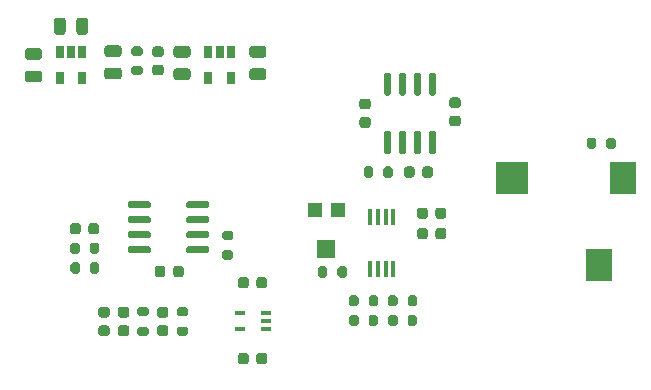
<source format=gtp>
G04 #@! TF.GenerationSoftware,KiCad,Pcbnew,(5.1.8)-1*
G04 #@! TF.CreationDate,2021-05-07T12:58:46-05:00*
G04 #@! TF.ProjectId,DEVLPR,4445564c-5052-42e6-9b69-6361645f7063,rev?*
G04 #@! TF.SameCoordinates,Original*
G04 #@! TF.FileFunction,Paste,Top*
G04 #@! TF.FilePolarity,Positive*
%FSLAX46Y46*%
G04 Gerber Fmt 4.6, Leading zero omitted, Abs format (unit mm)*
G04 Created by KiCad (PCBNEW (5.1.8)-1) date 2021-05-07 12:58:46*
%MOMM*%
%LPD*%
G01*
G04 APERTURE LIST*
%ADD10R,0.450000X1.450000*%
%ADD11R,1.200000X1.200000*%
%ADD12R,1.600000X1.500000*%
%ADD13R,0.900000X0.400000*%
%ADD14R,0.650000X1.060000*%
%ADD15R,2.800000X2.800000*%
%ADD16R,2.200000X2.800000*%
G04 APERTURE END LIST*
D10*
X153101400Y-98409400D03*
X153751400Y-98409400D03*
X154401400Y-98409400D03*
X155051400Y-98409400D03*
X155051400Y-102809400D03*
X154401400Y-102809400D03*
X153751400Y-102809400D03*
X153101400Y-102809400D03*
G36*
G01*
X158219000Y-91162000D02*
X158519000Y-91162000D01*
G75*
G02*
X158669000Y-91312000I0J-150000D01*
G01*
X158669000Y-92962000D01*
G75*
G02*
X158519000Y-93112000I-150000J0D01*
G01*
X158219000Y-93112000D01*
G75*
G02*
X158069000Y-92962000I0J150000D01*
G01*
X158069000Y-91312000D01*
G75*
G02*
X158219000Y-91162000I150000J0D01*
G01*
G37*
G36*
G01*
X156949000Y-91162000D02*
X157249000Y-91162000D01*
G75*
G02*
X157399000Y-91312000I0J-150000D01*
G01*
X157399000Y-92962000D01*
G75*
G02*
X157249000Y-93112000I-150000J0D01*
G01*
X156949000Y-93112000D01*
G75*
G02*
X156799000Y-92962000I0J150000D01*
G01*
X156799000Y-91312000D01*
G75*
G02*
X156949000Y-91162000I150000J0D01*
G01*
G37*
G36*
G01*
X155679000Y-91162000D02*
X155979000Y-91162000D01*
G75*
G02*
X156129000Y-91312000I0J-150000D01*
G01*
X156129000Y-92962000D01*
G75*
G02*
X155979000Y-93112000I-150000J0D01*
G01*
X155679000Y-93112000D01*
G75*
G02*
X155529000Y-92962000I0J150000D01*
G01*
X155529000Y-91312000D01*
G75*
G02*
X155679000Y-91162000I150000J0D01*
G01*
G37*
G36*
G01*
X154409000Y-91162000D02*
X154709000Y-91162000D01*
G75*
G02*
X154859000Y-91312000I0J-150000D01*
G01*
X154859000Y-92962000D01*
G75*
G02*
X154709000Y-93112000I-150000J0D01*
G01*
X154409000Y-93112000D01*
G75*
G02*
X154259000Y-92962000I0J150000D01*
G01*
X154259000Y-91312000D01*
G75*
G02*
X154409000Y-91162000I150000J0D01*
G01*
G37*
G36*
G01*
X154409000Y-86212000D02*
X154709000Y-86212000D01*
G75*
G02*
X154859000Y-86362000I0J-150000D01*
G01*
X154859000Y-88012000D01*
G75*
G02*
X154709000Y-88162000I-150000J0D01*
G01*
X154409000Y-88162000D01*
G75*
G02*
X154259000Y-88012000I0J150000D01*
G01*
X154259000Y-86362000D01*
G75*
G02*
X154409000Y-86212000I150000J0D01*
G01*
G37*
G36*
G01*
X155679000Y-86212000D02*
X155979000Y-86212000D01*
G75*
G02*
X156129000Y-86362000I0J-150000D01*
G01*
X156129000Y-88012000D01*
G75*
G02*
X155979000Y-88162000I-150000J0D01*
G01*
X155679000Y-88162000D01*
G75*
G02*
X155529000Y-88012000I0J150000D01*
G01*
X155529000Y-86362000D01*
G75*
G02*
X155679000Y-86212000I150000J0D01*
G01*
G37*
G36*
G01*
X156949000Y-86212000D02*
X157249000Y-86212000D01*
G75*
G02*
X157399000Y-86362000I0J-150000D01*
G01*
X157399000Y-88012000D01*
G75*
G02*
X157249000Y-88162000I-150000J0D01*
G01*
X156949000Y-88162000D01*
G75*
G02*
X156799000Y-88012000I0J150000D01*
G01*
X156799000Y-86362000D01*
G75*
G02*
X156949000Y-86212000I150000J0D01*
G01*
G37*
G36*
G01*
X158219000Y-86212000D02*
X158519000Y-86212000D01*
G75*
G02*
X158669000Y-86362000I0J-150000D01*
G01*
X158669000Y-88012000D01*
G75*
G02*
X158519000Y-88162000I-150000J0D01*
G01*
X158219000Y-88162000D01*
G75*
G02*
X158069000Y-88012000I0J150000D01*
G01*
X158069000Y-86362000D01*
G75*
G02*
X158219000Y-86212000I150000J0D01*
G01*
G37*
G36*
G01*
X154196600Y-94915400D02*
X154196600Y-94365400D01*
G75*
G02*
X154396600Y-94165400I200000J0D01*
G01*
X154796600Y-94165400D01*
G75*
G02*
X154996600Y-94365400I0J-200000D01*
G01*
X154996600Y-94915400D01*
G75*
G02*
X154796600Y-95115400I-200000J0D01*
G01*
X154396600Y-95115400D01*
G75*
G02*
X154196600Y-94915400I0J200000D01*
G01*
G37*
G36*
G01*
X152546600Y-94915400D02*
X152546600Y-94365400D01*
G75*
G02*
X152746600Y-94165400I200000J0D01*
G01*
X153146600Y-94165400D01*
G75*
G02*
X153346600Y-94365400I0J-200000D01*
G01*
X153346600Y-94915400D01*
G75*
G02*
X153146600Y-95115400I-200000J0D01*
G01*
X152746600Y-95115400D01*
G75*
G02*
X152546600Y-94915400I0J200000D01*
G01*
G37*
G36*
G01*
X133583000Y-107714600D02*
X134133000Y-107714600D01*
G75*
G02*
X134333000Y-107914600I0J-200000D01*
G01*
X134333000Y-108314600D01*
G75*
G02*
X134133000Y-108514600I-200000J0D01*
G01*
X133583000Y-108514600D01*
G75*
G02*
X133383000Y-108314600I0J200000D01*
G01*
X133383000Y-107914600D01*
G75*
G02*
X133583000Y-107714600I200000J0D01*
G01*
G37*
G36*
G01*
X133583000Y-106064600D02*
X134133000Y-106064600D01*
G75*
G02*
X134333000Y-106264600I0J-200000D01*
G01*
X134333000Y-106664600D01*
G75*
G02*
X134133000Y-106864600I-200000J0D01*
G01*
X133583000Y-106864600D01*
G75*
G02*
X133383000Y-106664600I0J200000D01*
G01*
X133383000Y-106264600D01*
G75*
G02*
X133583000Y-106064600I200000J0D01*
G01*
G37*
G36*
G01*
X137485800Y-106864600D02*
X136935800Y-106864600D01*
G75*
G02*
X136735800Y-106664600I0J200000D01*
G01*
X136735800Y-106264600D01*
G75*
G02*
X136935800Y-106064600I200000J0D01*
G01*
X137485800Y-106064600D01*
G75*
G02*
X137685800Y-106264600I0J-200000D01*
G01*
X137685800Y-106664600D01*
G75*
G02*
X137485800Y-106864600I-200000J0D01*
G01*
G37*
G36*
G01*
X137485800Y-108514600D02*
X136935800Y-108514600D01*
G75*
G02*
X136735800Y-108314600I0J200000D01*
G01*
X136735800Y-107914600D01*
G75*
G02*
X136935800Y-107714600I200000J0D01*
G01*
X137485800Y-107714600D01*
G75*
G02*
X137685800Y-107914600I0J-200000D01*
G01*
X137685800Y-108314600D01*
G75*
G02*
X137485800Y-108514600I-200000J0D01*
G01*
G37*
G36*
G01*
X150310400Y-103373600D02*
X150310400Y-102823600D01*
G75*
G02*
X150510400Y-102623600I200000J0D01*
G01*
X150910400Y-102623600D01*
G75*
G02*
X151110400Y-102823600I0J-200000D01*
G01*
X151110400Y-103373600D01*
G75*
G02*
X150910400Y-103573600I-200000J0D01*
G01*
X150510400Y-103573600D01*
G75*
G02*
X150310400Y-103373600I0J200000D01*
G01*
G37*
G36*
G01*
X148660400Y-103373600D02*
X148660400Y-102823600D01*
G75*
G02*
X148860400Y-102623600I200000J0D01*
G01*
X149260400Y-102623600D01*
G75*
G02*
X149460400Y-102823600I0J-200000D01*
G01*
X149460400Y-103373600D01*
G75*
G02*
X149260400Y-103573600I-200000J0D01*
G01*
X148860400Y-103573600D01*
G75*
G02*
X148660400Y-103373600I0J200000D01*
G01*
G37*
G36*
G01*
X156254000Y-105812000D02*
X156254000Y-105262000D01*
G75*
G02*
X156454000Y-105062000I200000J0D01*
G01*
X156854000Y-105062000D01*
G75*
G02*
X157054000Y-105262000I0J-200000D01*
G01*
X157054000Y-105812000D01*
G75*
G02*
X156854000Y-106012000I-200000J0D01*
G01*
X156454000Y-106012000D01*
G75*
G02*
X156254000Y-105812000I0J200000D01*
G01*
G37*
G36*
G01*
X154604000Y-105812000D02*
X154604000Y-105262000D01*
G75*
G02*
X154804000Y-105062000I200000J0D01*
G01*
X155204000Y-105062000D01*
G75*
G02*
X155404000Y-105262000I0J-200000D01*
G01*
X155404000Y-105812000D01*
G75*
G02*
X155204000Y-106012000I-200000J0D01*
G01*
X154804000Y-106012000D01*
G75*
G02*
X154604000Y-105812000I0J200000D01*
G01*
G37*
G36*
G01*
X152102000Y-105262000D02*
X152102000Y-105812000D01*
G75*
G02*
X151902000Y-106012000I-200000J0D01*
G01*
X151502000Y-106012000D01*
G75*
G02*
X151302000Y-105812000I0J200000D01*
G01*
X151302000Y-105262000D01*
G75*
G02*
X151502000Y-105062000I200000J0D01*
G01*
X151902000Y-105062000D01*
G75*
G02*
X152102000Y-105262000I0J-200000D01*
G01*
G37*
G36*
G01*
X153752000Y-105262000D02*
X153752000Y-105812000D01*
G75*
G02*
X153552000Y-106012000I-200000J0D01*
G01*
X153152000Y-106012000D01*
G75*
G02*
X152952000Y-105812000I0J200000D01*
G01*
X152952000Y-105262000D01*
G75*
G02*
X153152000Y-105062000I200000J0D01*
G01*
X153552000Y-105062000D01*
G75*
G02*
X153752000Y-105262000I0J-200000D01*
G01*
G37*
G36*
G01*
X128517600Y-102493400D02*
X128517600Y-103043400D01*
G75*
G02*
X128317600Y-103243400I-200000J0D01*
G01*
X127917600Y-103243400D01*
G75*
G02*
X127717600Y-103043400I0J200000D01*
G01*
X127717600Y-102493400D01*
G75*
G02*
X127917600Y-102293400I200000J0D01*
G01*
X128317600Y-102293400D01*
G75*
G02*
X128517600Y-102493400I0J-200000D01*
G01*
G37*
G36*
G01*
X130167600Y-102493400D02*
X130167600Y-103043400D01*
G75*
G02*
X129967600Y-103243400I-200000J0D01*
G01*
X129567600Y-103243400D01*
G75*
G02*
X129367600Y-103043400I0J200000D01*
G01*
X129367600Y-102493400D01*
G75*
G02*
X129567600Y-102293400I200000J0D01*
G01*
X129967600Y-102293400D01*
G75*
G02*
X130167600Y-102493400I0J-200000D01*
G01*
G37*
G36*
G01*
X172232000Y-91927000D02*
X172232000Y-92477000D01*
G75*
G02*
X172032000Y-92677000I-200000J0D01*
G01*
X171632000Y-92677000D01*
G75*
G02*
X171432000Y-92477000I0J200000D01*
G01*
X171432000Y-91927000D01*
G75*
G02*
X171632000Y-91727000I200000J0D01*
G01*
X172032000Y-91727000D01*
G75*
G02*
X172232000Y-91927000I0J-200000D01*
G01*
G37*
G36*
G01*
X173882000Y-91927000D02*
X173882000Y-92477000D01*
G75*
G02*
X173682000Y-92677000I-200000J0D01*
G01*
X173282000Y-92677000D01*
G75*
G02*
X173082000Y-92477000I0J200000D01*
G01*
X173082000Y-91927000D01*
G75*
G02*
X173282000Y-91727000I200000J0D01*
G01*
X173682000Y-91727000D01*
G75*
G02*
X173882000Y-91927000I0J-200000D01*
G01*
G37*
G36*
G01*
X129355400Y-101367000D02*
X129355400Y-100817000D01*
G75*
G02*
X129555400Y-100617000I200000J0D01*
G01*
X129955400Y-100617000D01*
G75*
G02*
X130155400Y-100817000I0J-200000D01*
G01*
X130155400Y-101367000D01*
G75*
G02*
X129955400Y-101567000I-200000J0D01*
G01*
X129555400Y-101567000D01*
G75*
G02*
X129355400Y-101367000I0J200000D01*
G01*
G37*
G36*
G01*
X127705400Y-101367000D02*
X127705400Y-100817000D01*
G75*
G02*
X127905400Y-100617000I200000J0D01*
G01*
X128305400Y-100617000D01*
G75*
G02*
X128505400Y-100817000I0J-200000D01*
G01*
X128505400Y-101367000D01*
G75*
G02*
X128305400Y-101567000I-200000J0D01*
G01*
X127905400Y-101567000D01*
G75*
G02*
X127705400Y-101367000I0J200000D01*
G01*
G37*
D11*
X148377400Y-97869600D03*
X150377400Y-97869600D03*
D12*
X149377400Y-101119600D03*
G36*
G01*
X157500200Y-94890400D02*
X157500200Y-94390400D01*
G75*
G02*
X157725200Y-94165400I225000J0D01*
G01*
X158175200Y-94165400D01*
G75*
G02*
X158400200Y-94390400I0J-225000D01*
G01*
X158400200Y-94890400D01*
G75*
G02*
X158175200Y-95115400I-225000J0D01*
G01*
X157725200Y-95115400D01*
G75*
G02*
X157500200Y-94890400I0J225000D01*
G01*
G37*
G36*
G01*
X155950200Y-94890400D02*
X155950200Y-94390400D01*
G75*
G02*
X156175200Y-94165400I225000J0D01*
G01*
X156625200Y-94165400D01*
G75*
G02*
X156850200Y-94390400I0J-225000D01*
G01*
X156850200Y-94890400D01*
G75*
G02*
X156625200Y-95115400I-225000J0D01*
G01*
X156175200Y-95115400D01*
G75*
G02*
X155950200Y-94890400I0J225000D01*
G01*
G37*
G36*
G01*
X152904000Y-89337000D02*
X152404000Y-89337000D01*
G75*
G02*
X152179000Y-89112000I0J225000D01*
G01*
X152179000Y-88662000D01*
G75*
G02*
X152404000Y-88437000I225000J0D01*
G01*
X152904000Y-88437000D01*
G75*
G02*
X153129000Y-88662000I0J-225000D01*
G01*
X153129000Y-89112000D01*
G75*
G02*
X152904000Y-89337000I-225000J0D01*
G01*
G37*
G36*
G01*
X152904000Y-90887000D02*
X152404000Y-90887000D01*
G75*
G02*
X152179000Y-90662000I0J225000D01*
G01*
X152179000Y-90212000D01*
G75*
G02*
X152404000Y-89987000I225000J0D01*
G01*
X152904000Y-89987000D01*
G75*
G02*
X153129000Y-90212000I0J-225000D01*
G01*
X153129000Y-90662000D01*
G75*
G02*
X152904000Y-90887000I-225000J0D01*
G01*
G37*
G36*
G01*
X160024000Y-89860000D02*
X160524000Y-89860000D01*
G75*
G02*
X160749000Y-90085000I0J-225000D01*
G01*
X160749000Y-90535000D01*
G75*
G02*
X160524000Y-90760000I-225000J0D01*
G01*
X160024000Y-90760000D01*
G75*
G02*
X159799000Y-90535000I0J225000D01*
G01*
X159799000Y-90085000D01*
G75*
G02*
X160024000Y-89860000I225000J0D01*
G01*
G37*
G36*
G01*
X160024000Y-88310000D02*
X160524000Y-88310000D01*
G75*
G02*
X160749000Y-88535000I0J-225000D01*
G01*
X160749000Y-88985000D01*
G75*
G02*
X160524000Y-89210000I-225000J0D01*
G01*
X160024000Y-89210000D01*
G75*
G02*
X159799000Y-88985000I0J225000D01*
G01*
X159799000Y-88535000D01*
G75*
G02*
X160024000Y-88310000I225000J0D01*
G01*
G37*
G36*
G01*
X132457000Y-106964600D02*
X131957000Y-106964600D01*
G75*
G02*
X131732000Y-106739600I0J225000D01*
G01*
X131732000Y-106289600D01*
G75*
G02*
X131957000Y-106064600I225000J0D01*
G01*
X132457000Y-106064600D01*
G75*
G02*
X132682000Y-106289600I0J-225000D01*
G01*
X132682000Y-106739600D01*
G75*
G02*
X132457000Y-106964600I-225000J0D01*
G01*
G37*
G36*
G01*
X132457000Y-108514600D02*
X131957000Y-108514600D01*
G75*
G02*
X131732000Y-108289600I0J225000D01*
G01*
X131732000Y-107839600D01*
G75*
G02*
X131957000Y-107614600I225000J0D01*
G01*
X132457000Y-107614600D01*
G75*
G02*
X132682000Y-107839600I0J-225000D01*
G01*
X132682000Y-108289600D01*
G75*
G02*
X132457000Y-108514600I-225000J0D01*
G01*
G37*
G36*
G01*
X130806000Y-106964600D02*
X130306000Y-106964600D01*
G75*
G02*
X130081000Y-106739600I0J225000D01*
G01*
X130081000Y-106289600D01*
G75*
G02*
X130306000Y-106064600I225000J0D01*
G01*
X130806000Y-106064600D01*
G75*
G02*
X131031000Y-106289600I0J-225000D01*
G01*
X131031000Y-106739600D01*
G75*
G02*
X130806000Y-106964600I-225000J0D01*
G01*
G37*
G36*
G01*
X130806000Y-108514600D02*
X130306000Y-108514600D01*
G75*
G02*
X130081000Y-108289600I0J225000D01*
G01*
X130081000Y-107839600D01*
G75*
G02*
X130306000Y-107614600I225000J0D01*
G01*
X130806000Y-107614600D01*
G75*
G02*
X131031000Y-107839600I0J-225000D01*
G01*
X131031000Y-108289600D01*
G75*
G02*
X130806000Y-108514600I-225000J0D01*
G01*
G37*
G36*
G01*
X135284400Y-107614600D02*
X135784400Y-107614600D01*
G75*
G02*
X136009400Y-107839600I0J-225000D01*
G01*
X136009400Y-108289600D01*
G75*
G02*
X135784400Y-108514600I-225000J0D01*
G01*
X135284400Y-108514600D01*
G75*
G02*
X135059400Y-108289600I0J225000D01*
G01*
X135059400Y-107839600D01*
G75*
G02*
X135284400Y-107614600I225000J0D01*
G01*
G37*
G36*
G01*
X135284400Y-106064600D02*
X135784400Y-106064600D01*
G75*
G02*
X136009400Y-106289600I0J-225000D01*
G01*
X136009400Y-106739600D01*
G75*
G02*
X135784400Y-106964600I-225000J0D01*
G01*
X135284400Y-106964600D01*
G75*
G02*
X135059400Y-106739600I0J225000D01*
G01*
X135059400Y-106289600D01*
G75*
G02*
X135284400Y-106064600I225000J0D01*
G01*
G37*
G36*
G01*
X133625000Y-84792000D02*
X133075000Y-84792000D01*
G75*
G02*
X132875000Y-84592000I0J200000D01*
G01*
X132875000Y-84192000D01*
G75*
G02*
X133075000Y-83992000I200000J0D01*
G01*
X133625000Y-83992000D01*
G75*
G02*
X133825000Y-84192000I0J-200000D01*
G01*
X133825000Y-84592000D01*
G75*
G02*
X133625000Y-84792000I-200000J0D01*
G01*
G37*
G36*
G01*
X133625000Y-86442000D02*
X133075000Y-86442000D01*
G75*
G02*
X132875000Y-86242000I0J200000D01*
G01*
X132875000Y-85842000D01*
G75*
G02*
X133075000Y-85642000I200000J0D01*
G01*
X133625000Y-85642000D01*
G75*
G02*
X133825000Y-85842000I0J-200000D01*
G01*
X133825000Y-86242000D01*
G75*
G02*
X133625000Y-86442000I-200000J0D01*
G01*
G37*
G36*
G01*
X134878000Y-85542000D02*
X135378000Y-85542000D01*
G75*
G02*
X135603000Y-85767000I0J-225000D01*
G01*
X135603000Y-86217000D01*
G75*
G02*
X135378000Y-86442000I-225000J0D01*
G01*
X134878000Y-86442000D01*
G75*
G02*
X134653000Y-86217000I0J225000D01*
G01*
X134653000Y-85767000D01*
G75*
G02*
X134878000Y-85542000I225000J0D01*
G01*
G37*
G36*
G01*
X134878000Y-83992000D02*
X135378000Y-83992000D01*
G75*
G02*
X135603000Y-84217000I0J-225000D01*
G01*
X135603000Y-84667000D01*
G75*
G02*
X135378000Y-84892000I-225000J0D01*
G01*
X134878000Y-84892000D01*
G75*
G02*
X134653000Y-84667000I0J225000D01*
G01*
X134653000Y-84217000D01*
G75*
G02*
X134878000Y-83992000I225000J0D01*
G01*
G37*
G36*
G01*
X131793000Y-84894000D02*
X130843000Y-84894000D01*
G75*
G02*
X130593000Y-84644000I0J250000D01*
G01*
X130593000Y-84144000D01*
G75*
G02*
X130843000Y-83894000I250000J0D01*
G01*
X131793000Y-83894000D01*
G75*
G02*
X132043000Y-84144000I0J-250000D01*
G01*
X132043000Y-84644000D01*
G75*
G02*
X131793000Y-84894000I-250000J0D01*
G01*
G37*
G36*
G01*
X131793000Y-86794000D02*
X130843000Y-86794000D01*
G75*
G02*
X130593000Y-86544000I0J250000D01*
G01*
X130593000Y-86044000D01*
G75*
G02*
X130843000Y-85794000I250000J0D01*
G01*
X131793000Y-85794000D01*
G75*
G02*
X132043000Y-86044000I0J-250000D01*
G01*
X132043000Y-86544000D01*
G75*
G02*
X131793000Y-86794000I-250000J0D01*
G01*
G37*
G36*
G01*
X128212000Y-82771000D02*
X128212000Y-81821000D01*
G75*
G02*
X128462000Y-81571000I250000J0D01*
G01*
X128962000Y-81571000D01*
G75*
G02*
X129212000Y-81821000I0J-250000D01*
G01*
X129212000Y-82771000D01*
G75*
G02*
X128962000Y-83021000I-250000J0D01*
G01*
X128462000Y-83021000D01*
G75*
G02*
X128212000Y-82771000I0J250000D01*
G01*
G37*
G36*
G01*
X126312000Y-82771000D02*
X126312000Y-81821000D01*
G75*
G02*
X126562000Y-81571000I250000J0D01*
G01*
X127062000Y-81571000D01*
G75*
G02*
X127312000Y-81821000I0J-250000D01*
G01*
X127312000Y-82771000D01*
G75*
G02*
X127062000Y-83021000I-250000J0D01*
G01*
X126562000Y-83021000D01*
G75*
G02*
X126312000Y-82771000I0J250000D01*
G01*
G37*
G36*
G01*
X125062000Y-85148000D02*
X124112000Y-85148000D01*
G75*
G02*
X123862000Y-84898000I0J250000D01*
G01*
X123862000Y-84398000D01*
G75*
G02*
X124112000Y-84148000I250000J0D01*
G01*
X125062000Y-84148000D01*
G75*
G02*
X125312000Y-84398000I0J-250000D01*
G01*
X125312000Y-84898000D01*
G75*
G02*
X125062000Y-85148000I-250000J0D01*
G01*
G37*
G36*
G01*
X125062000Y-87048000D02*
X124112000Y-87048000D01*
G75*
G02*
X123862000Y-86798000I0J250000D01*
G01*
X123862000Y-86298000D01*
G75*
G02*
X124112000Y-86048000I250000J0D01*
G01*
X125062000Y-86048000D01*
G75*
G02*
X125312000Y-86298000I0J-250000D01*
G01*
X125312000Y-86798000D01*
G75*
G02*
X125062000Y-87048000I-250000J0D01*
G01*
G37*
G36*
G01*
X137635000Y-84957500D02*
X136685000Y-84957500D01*
G75*
G02*
X136435000Y-84707500I0J250000D01*
G01*
X136435000Y-84207500D01*
G75*
G02*
X136685000Y-83957500I250000J0D01*
G01*
X137635000Y-83957500D01*
G75*
G02*
X137885000Y-84207500I0J-250000D01*
G01*
X137885000Y-84707500D01*
G75*
G02*
X137635000Y-84957500I-250000J0D01*
G01*
G37*
G36*
G01*
X137635000Y-86857500D02*
X136685000Y-86857500D01*
G75*
G02*
X136435000Y-86607500I0J250000D01*
G01*
X136435000Y-86107500D01*
G75*
G02*
X136685000Y-85857500I250000J0D01*
G01*
X137635000Y-85857500D01*
G75*
G02*
X137885000Y-86107500I0J-250000D01*
G01*
X137885000Y-86607500D01*
G75*
G02*
X137635000Y-86857500I-250000J0D01*
G01*
G37*
D13*
X144229000Y-106601500D03*
X144229000Y-107901500D03*
X144229000Y-107251500D03*
X142029000Y-106601500D03*
X142029000Y-107901500D03*
D14*
X141285000Y-86634500D03*
X139385000Y-86634500D03*
X139385000Y-84434500D03*
X140335000Y-84434500D03*
X141285000Y-84434500D03*
X128712000Y-86634500D03*
X126812000Y-86634500D03*
X126812000Y-84434500D03*
X127762000Y-84434500D03*
X128712000Y-84434500D03*
G36*
G01*
X143098500Y-85857500D02*
X144048500Y-85857500D01*
G75*
G02*
X144298500Y-86107500I0J-250000D01*
G01*
X144298500Y-86607500D01*
G75*
G02*
X144048500Y-86857500I-250000J0D01*
G01*
X143098500Y-86857500D01*
G75*
G02*
X142848500Y-86607500I0J250000D01*
G01*
X142848500Y-86107500D01*
G75*
G02*
X143098500Y-85857500I250000J0D01*
G01*
G37*
G36*
G01*
X143098500Y-83957500D02*
X144048500Y-83957500D01*
G75*
G02*
X144298500Y-84207500I0J-250000D01*
G01*
X144298500Y-84707500D01*
G75*
G02*
X144048500Y-84957500I-250000J0D01*
G01*
X143098500Y-84957500D01*
G75*
G02*
X142848500Y-84707500I0J250000D01*
G01*
X142848500Y-84207500D01*
G75*
G02*
X143098500Y-83957500I250000J0D01*
G01*
G37*
G36*
G01*
X157967800Y-97870200D02*
X157967800Y-98370200D01*
G75*
G02*
X157742800Y-98595200I-225000J0D01*
G01*
X157292800Y-98595200D01*
G75*
G02*
X157067800Y-98370200I0J225000D01*
G01*
X157067800Y-97870200D01*
G75*
G02*
X157292800Y-97645200I225000J0D01*
G01*
X157742800Y-97645200D01*
G75*
G02*
X157967800Y-97870200I0J-225000D01*
G01*
G37*
G36*
G01*
X159517800Y-97870200D02*
X159517800Y-98370200D01*
G75*
G02*
X159292800Y-98595200I-225000J0D01*
G01*
X158842800Y-98595200D01*
G75*
G02*
X158617800Y-98370200I0J225000D01*
G01*
X158617800Y-97870200D01*
G75*
G02*
X158842800Y-97645200I225000J0D01*
G01*
X159292800Y-97645200D01*
G75*
G02*
X159517800Y-97870200I0J-225000D01*
G01*
G37*
D15*
X165066000Y-95106000D03*
D16*
X174466000Y-95106000D03*
X172466000Y-102506000D03*
G36*
G01*
X137517000Y-97559000D02*
X137517000Y-97259000D01*
G75*
G02*
X137667000Y-97109000I150000J0D01*
G01*
X139317000Y-97109000D01*
G75*
G02*
X139467000Y-97259000I0J-150000D01*
G01*
X139467000Y-97559000D01*
G75*
G02*
X139317000Y-97709000I-150000J0D01*
G01*
X137667000Y-97709000D01*
G75*
G02*
X137517000Y-97559000I0J150000D01*
G01*
G37*
G36*
G01*
X137517000Y-98829000D02*
X137517000Y-98529000D01*
G75*
G02*
X137667000Y-98379000I150000J0D01*
G01*
X139317000Y-98379000D01*
G75*
G02*
X139467000Y-98529000I0J-150000D01*
G01*
X139467000Y-98829000D01*
G75*
G02*
X139317000Y-98979000I-150000J0D01*
G01*
X137667000Y-98979000D01*
G75*
G02*
X137517000Y-98829000I0J150000D01*
G01*
G37*
G36*
G01*
X137517000Y-100099000D02*
X137517000Y-99799000D01*
G75*
G02*
X137667000Y-99649000I150000J0D01*
G01*
X139317000Y-99649000D01*
G75*
G02*
X139467000Y-99799000I0J-150000D01*
G01*
X139467000Y-100099000D01*
G75*
G02*
X139317000Y-100249000I-150000J0D01*
G01*
X137667000Y-100249000D01*
G75*
G02*
X137517000Y-100099000I0J150000D01*
G01*
G37*
G36*
G01*
X137517000Y-101369000D02*
X137517000Y-101069000D01*
G75*
G02*
X137667000Y-100919000I150000J0D01*
G01*
X139317000Y-100919000D01*
G75*
G02*
X139467000Y-101069000I0J-150000D01*
G01*
X139467000Y-101369000D01*
G75*
G02*
X139317000Y-101519000I-150000J0D01*
G01*
X137667000Y-101519000D01*
G75*
G02*
X137517000Y-101369000I0J150000D01*
G01*
G37*
G36*
G01*
X132567000Y-101369000D02*
X132567000Y-101069000D01*
G75*
G02*
X132717000Y-100919000I150000J0D01*
G01*
X134367000Y-100919000D01*
G75*
G02*
X134517000Y-101069000I0J-150000D01*
G01*
X134517000Y-101369000D01*
G75*
G02*
X134367000Y-101519000I-150000J0D01*
G01*
X132717000Y-101519000D01*
G75*
G02*
X132567000Y-101369000I0J150000D01*
G01*
G37*
G36*
G01*
X132567000Y-100099000D02*
X132567000Y-99799000D01*
G75*
G02*
X132717000Y-99649000I150000J0D01*
G01*
X134367000Y-99649000D01*
G75*
G02*
X134517000Y-99799000I0J-150000D01*
G01*
X134517000Y-100099000D01*
G75*
G02*
X134367000Y-100249000I-150000J0D01*
G01*
X132717000Y-100249000D01*
G75*
G02*
X132567000Y-100099000I0J150000D01*
G01*
G37*
G36*
G01*
X132567000Y-98829000D02*
X132567000Y-98529000D01*
G75*
G02*
X132717000Y-98379000I150000J0D01*
G01*
X134367000Y-98379000D01*
G75*
G02*
X134517000Y-98529000I0J-150000D01*
G01*
X134517000Y-98829000D01*
G75*
G02*
X134367000Y-98979000I-150000J0D01*
G01*
X132717000Y-98979000D01*
G75*
G02*
X132567000Y-98829000I0J150000D01*
G01*
G37*
G36*
G01*
X132567000Y-97559000D02*
X132567000Y-97259000D01*
G75*
G02*
X132717000Y-97109000I150000J0D01*
G01*
X134367000Y-97109000D01*
G75*
G02*
X134517000Y-97259000I0J-150000D01*
G01*
X134517000Y-97559000D01*
G75*
G02*
X134367000Y-97709000I-150000J0D01*
G01*
X132717000Y-97709000D01*
G75*
G02*
X132567000Y-97559000I0J150000D01*
G01*
G37*
G36*
G01*
X152952000Y-107463000D02*
X152952000Y-106913000D01*
G75*
G02*
X153152000Y-106713000I200000J0D01*
G01*
X153552000Y-106713000D01*
G75*
G02*
X153752000Y-106913000I0J-200000D01*
G01*
X153752000Y-107463000D01*
G75*
G02*
X153552000Y-107663000I-200000J0D01*
G01*
X153152000Y-107663000D01*
G75*
G02*
X152952000Y-107463000I0J200000D01*
G01*
G37*
G36*
G01*
X151302000Y-107463000D02*
X151302000Y-106913000D01*
G75*
G02*
X151502000Y-106713000I200000J0D01*
G01*
X151902000Y-106713000D01*
G75*
G02*
X152102000Y-106913000I0J-200000D01*
G01*
X152102000Y-107463000D01*
G75*
G02*
X151902000Y-107663000I-200000J0D01*
G01*
X151502000Y-107663000D01*
G75*
G02*
X151302000Y-107463000I0J200000D01*
G01*
G37*
G36*
G01*
X155404000Y-106913000D02*
X155404000Y-107463000D01*
G75*
G02*
X155204000Y-107663000I-200000J0D01*
G01*
X154804000Y-107663000D01*
G75*
G02*
X154604000Y-107463000I0J200000D01*
G01*
X154604000Y-106913000D01*
G75*
G02*
X154804000Y-106713000I200000J0D01*
G01*
X155204000Y-106713000D01*
G75*
G02*
X155404000Y-106913000I0J-200000D01*
G01*
G37*
G36*
G01*
X157054000Y-106913000D02*
X157054000Y-107463000D01*
G75*
G02*
X156854000Y-107663000I-200000J0D01*
G01*
X156454000Y-107663000D01*
G75*
G02*
X156254000Y-107463000I0J200000D01*
G01*
X156254000Y-106913000D01*
G75*
G02*
X156454000Y-106713000I200000J0D01*
G01*
X156854000Y-106713000D01*
G75*
G02*
X157054000Y-106913000I0J-200000D01*
G01*
G37*
G36*
G01*
X140758500Y-101262500D02*
X141308500Y-101262500D01*
G75*
G02*
X141508500Y-101462500I0J-200000D01*
G01*
X141508500Y-101862500D01*
G75*
G02*
X141308500Y-102062500I-200000J0D01*
G01*
X140758500Y-102062500D01*
G75*
G02*
X140558500Y-101862500I0J200000D01*
G01*
X140558500Y-101462500D01*
G75*
G02*
X140758500Y-101262500I200000J0D01*
G01*
G37*
G36*
G01*
X140758500Y-99612500D02*
X141308500Y-99612500D01*
G75*
G02*
X141508500Y-99812500I0J-200000D01*
G01*
X141508500Y-100212500D01*
G75*
G02*
X141308500Y-100412500I-200000J0D01*
G01*
X140758500Y-100412500D01*
G75*
G02*
X140558500Y-100212500I0J200000D01*
G01*
X140558500Y-99812500D01*
G75*
G02*
X140758500Y-99612500I200000J0D01*
G01*
G37*
G36*
G01*
X157967800Y-99597400D02*
X157967800Y-100097400D01*
G75*
G02*
X157742800Y-100322400I-225000J0D01*
G01*
X157292800Y-100322400D01*
G75*
G02*
X157067800Y-100097400I0J225000D01*
G01*
X157067800Y-99597400D01*
G75*
G02*
X157292800Y-99372400I225000J0D01*
G01*
X157742800Y-99372400D01*
G75*
G02*
X157967800Y-99597400I0J-225000D01*
G01*
G37*
G36*
G01*
X159517800Y-99597400D02*
X159517800Y-100097400D01*
G75*
G02*
X159292800Y-100322400I-225000J0D01*
G01*
X158842800Y-100322400D01*
G75*
G02*
X158617800Y-100097400I0J225000D01*
G01*
X158617800Y-99597400D01*
G75*
G02*
X158842800Y-99372400I225000J0D01*
G01*
X159292800Y-99372400D01*
G75*
G02*
X159517800Y-99597400I0J-225000D01*
G01*
G37*
G36*
G01*
X143454000Y-104263000D02*
X143454000Y-103763000D01*
G75*
G02*
X143679000Y-103538000I225000J0D01*
G01*
X144129000Y-103538000D01*
G75*
G02*
X144354000Y-103763000I0J-225000D01*
G01*
X144354000Y-104263000D01*
G75*
G02*
X144129000Y-104488000I-225000J0D01*
G01*
X143679000Y-104488000D01*
G75*
G02*
X143454000Y-104263000I0J225000D01*
G01*
G37*
G36*
G01*
X141904000Y-104263000D02*
X141904000Y-103763000D01*
G75*
G02*
X142129000Y-103538000I225000J0D01*
G01*
X142579000Y-103538000D01*
G75*
G02*
X142804000Y-103763000I0J-225000D01*
G01*
X142804000Y-104263000D01*
G75*
G02*
X142579000Y-104488000I-225000J0D01*
G01*
X142129000Y-104488000D01*
G75*
G02*
X141904000Y-104263000I0J225000D01*
G01*
G37*
G36*
G01*
X136405500Y-103310500D02*
X136405500Y-102810500D01*
G75*
G02*
X136630500Y-102585500I225000J0D01*
G01*
X137080500Y-102585500D01*
G75*
G02*
X137305500Y-102810500I0J-225000D01*
G01*
X137305500Y-103310500D01*
G75*
G02*
X137080500Y-103535500I-225000J0D01*
G01*
X136630500Y-103535500D01*
G75*
G02*
X136405500Y-103310500I0J225000D01*
G01*
G37*
G36*
G01*
X134855500Y-103310500D02*
X134855500Y-102810500D01*
G75*
G02*
X135080500Y-102585500I225000J0D01*
G01*
X135530500Y-102585500D01*
G75*
G02*
X135755500Y-102810500I0J-225000D01*
G01*
X135755500Y-103310500D01*
G75*
G02*
X135530500Y-103535500I-225000J0D01*
G01*
X135080500Y-103535500D01*
G75*
G02*
X134855500Y-103310500I0J225000D01*
G01*
G37*
G36*
G01*
X129230000Y-99691000D02*
X129230000Y-99191000D01*
G75*
G02*
X129455000Y-98966000I225000J0D01*
G01*
X129905000Y-98966000D01*
G75*
G02*
X130130000Y-99191000I0J-225000D01*
G01*
X130130000Y-99691000D01*
G75*
G02*
X129905000Y-99916000I-225000J0D01*
G01*
X129455000Y-99916000D01*
G75*
G02*
X129230000Y-99691000I0J225000D01*
G01*
G37*
G36*
G01*
X127680000Y-99691000D02*
X127680000Y-99191000D01*
G75*
G02*
X127905000Y-98966000I225000J0D01*
G01*
X128355000Y-98966000D01*
G75*
G02*
X128580000Y-99191000I0J-225000D01*
G01*
X128580000Y-99691000D01*
G75*
G02*
X128355000Y-99916000I-225000J0D01*
G01*
X127905000Y-99916000D01*
G75*
G02*
X127680000Y-99691000I0J225000D01*
G01*
G37*
G36*
G01*
X142804000Y-110176500D02*
X142804000Y-110676500D01*
G75*
G02*
X142579000Y-110901500I-225000J0D01*
G01*
X142129000Y-110901500D01*
G75*
G02*
X141904000Y-110676500I0J225000D01*
G01*
X141904000Y-110176500D01*
G75*
G02*
X142129000Y-109951500I225000J0D01*
G01*
X142579000Y-109951500D01*
G75*
G02*
X142804000Y-110176500I0J-225000D01*
G01*
G37*
G36*
G01*
X144354000Y-110176500D02*
X144354000Y-110676500D01*
G75*
G02*
X144129000Y-110901500I-225000J0D01*
G01*
X143679000Y-110901500D01*
G75*
G02*
X143454000Y-110676500I0J225000D01*
G01*
X143454000Y-110176500D01*
G75*
G02*
X143679000Y-109951500I225000J0D01*
G01*
X144129000Y-109951500D01*
G75*
G02*
X144354000Y-110176500I0J-225000D01*
G01*
G37*
M02*

</source>
